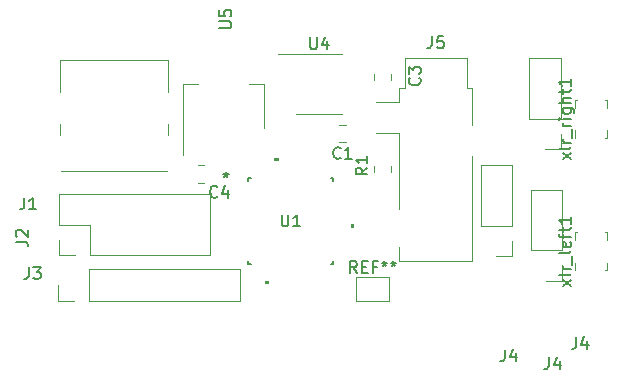
<source format=gbr>
%TF.GenerationSoftware,KiCad,Pcbnew,(6.0.2-0)*%
%TF.CreationDate,2023-10-19T17:34:18-05:00*%
%TF.ProjectId,airsticks_pcb,61697273-7469-4636-9b73-5f7063622e6b,rev?*%
%TF.SameCoordinates,Original*%
%TF.FileFunction,Legend,Top*%
%TF.FilePolarity,Positive*%
%FSLAX46Y46*%
G04 Gerber Fmt 4.6, Leading zero omitted, Abs format (unit mm)*
G04 Created by KiCad (PCBNEW (6.0.2-0)) date 2023-10-19 17:34:18*
%MOMM*%
%LPD*%
G01*
G04 APERTURE LIST*
%ADD10C,0.150000*%
%ADD11C,0.120000*%
%ADD12C,0.152400*%
G04 APERTURE END LIST*
D10*
%TO.C,J5*%
X52166666Y-52552380D02*
X52166666Y-53266666D01*
X52119047Y-53409523D01*
X52023809Y-53504761D01*
X51880952Y-53552380D01*
X51785714Y-53552380D01*
X53119047Y-52552380D02*
X52642857Y-52552380D01*
X52595238Y-53028571D01*
X52642857Y-52980952D01*
X52738095Y-52933333D01*
X52976190Y-52933333D01*
X53071428Y-52980952D01*
X53119047Y-53028571D01*
X53166666Y-53123809D01*
X53166666Y-53361904D01*
X53119047Y-53457142D01*
X53071428Y-53504761D01*
X52976190Y-53552380D01*
X52738095Y-53552380D01*
X52642857Y-53504761D01*
X52595238Y-53457142D01*
%TO.C,xlr_right1*%
X63902380Y-62978571D02*
X63235714Y-62454761D01*
X63235714Y-62978571D02*
X63902380Y-62454761D01*
X63902380Y-61930952D02*
X63854761Y-62026190D01*
X63759523Y-62073809D01*
X62902380Y-62073809D01*
X63902380Y-61550000D02*
X63235714Y-61550000D01*
X63426190Y-61550000D02*
X63330952Y-61502380D01*
X63283333Y-61454761D01*
X63235714Y-61359523D01*
X63235714Y-61264285D01*
X63997619Y-61169047D02*
X63997619Y-60407142D01*
X63902380Y-60169047D02*
X63235714Y-60169047D01*
X63426190Y-60169047D02*
X63330952Y-60121428D01*
X63283333Y-60073809D01*
X63235714Y-59978571D01*
X63235714Y-59883333D01*
X63902380Y-59550000D02*
X63235714Y-59550000D01*
X62902380Y-59550000D02*
X62950000Y-59597619D01*
X62997619Y-59550000D01*
X62950000Y-59502380D01*
X62902380Y-59550000D01*
X62997619Y-59550000D01*
X63235714Y-58645238D02*
X64045238Y-58645238D01*
X64140476Y-58692857D01*
X64188095Y-58740476D01*
X64235714Y-58835714D01*
X64235714Y-58978571D01*
X64188095Y-59073809D01*
X63854761Y-58645238D02*
X63902380Y-58740476D01*
X63902380Y-58930952D01*
X63854761Y-59026190D01*
X63807142Y-59073809D01*
X63711904Y-59121428D01*
X63426190Y-59121428D01*
X63330952Y-59073809D01*
X63283333Y-59026190D01*
X63235714Y-58930952D01*
X63235714Y-58740476D01*
X63283333Y-58645238D01*
X63902380Y-58169047D02*
X62902380Y-58169047D01*
X63902380Y-57740476D02*
X63378571Y-57740476D01*
X63283333Y-57788095D01*
X63235714Y-57883333D01*
X63235714Y-58026190D01*
X63283333Y-58121428D01*
X63330952Y-58169047D01*
X63235714Y-57407142D02*
X63235714Y-57026190D01*
X62902380Y-57264285D02*
X63759523Y-57264285D01*
X63854761Y-57216666D01*
X63902380Y-57121428D01*
X63902380Y-57026190D01*
X63902380Y-56169047D02*
X63902380Y-56740476D01*
X63902380Y-56454761D02*
X62902380Y-56454761D01*
X63045238Y-56550000D01*
X63140476Y-56645238D01*
X63188095Y-56740476D01*
%TO.C,*%
%TO.C,C1*%
X44433333Y-62837142D02*
X44385714Y-62884761D01*
X44242857Y-62932380D01*
X44147619Y-62932380D01*
X44004761Y-62884761D01*
X43909523Y-62789523D01*
X43861904Y-62694285D01*
X43814285Y-62503809D01*
X43814285Y-62360952D01*
X43861904Y-62170476D01*
X43909523Y-62075238D01*
X44004761Y-61980000D01*
X44147619Y-61932380D01*
X44242857Y-61932380D01*
X44385714Y-61980000D01*
X44433333Y-62027619D01*
X45385714Y-62932380D02*
X44814285Y-62932380D01*
X45100000Y-62932380D02*
X45100000Y-61932380D01*
X45004761Y-62075238D01*
X44909523Y-62170476D01*
X44814285Y-62218095D01*
%TO.C,J1*%
X17641666Y-66202380D02*
X17641666Y-66916666D01*
X17594047Y-67059523D01*
X17498809Y-67154761D01*
X17355952Y-67202380D01*
X17260714Y-67202380D01*
X18641666Y-67202380D02*
X18070238Y-67202380D01*
X18355952Y-67202380D02*
X18355952Y-66202380D01*
X18260714Y-66345238D01*
X18165476Y-66440476D01*
X18070238Y-66488095D01*
%TO.C,*%
%TO.C,C3*%
X51107142Y-56066666D02*
X51154761Y-56114285D01*
X51202380Y-56257142D01*
X51202380Y-56352380D01*
X51154761Y-56495238D01*
X51059523Y-56590476D01*
X50964285Y-56638095D01*
X50773809Y-56685714D01*
X50630952Y-56685714D01*
X50440476Y-56638095D01*
X50345238Y-56590476D01*
X50250000Y-56495238D01*
X50202380Y-56352380D01*
X50202380Y-56257142D01*
X50250000Y-56114285D01*
X50297619Y-56066666D01*
X50202380Y-55733333D02*
X50202380Y-55114285D01*
X50583333Y-55447619D01*
X50583333Y-55304761D01*
X50630952Y-55209523D01*
X50678571Y-55161904D01*
X50773809Y-55114285D01*
X51011904Y-55114285D01*
X51107142Y-55161904D01*
X51154761Y-55209523D01*
X51202380Y-55304761D01*
X51202380Y-55590476D01*
X51154761Y-55685714D01*
X51107142Y-55733333D01*
%TO.C,J3*%
X18041666Y-72102380D02*
X18041666Y-72816666D01*
X17994047Y-72959523D01*
X17898809Y-73054761D01*
X17755952Y-73102380D01*
X17660714Y-73102380D01*
X18422619Y-72102380D02*
X19041666Y-72102380D01*
X18708333Y-72483333D01*
X18851190Y-72483333D01*
X18946428Y-72530952D01*
X18994047Y-72578571D01*
X19041666Y-72673809D01*
X19041666Y-72911904D01*
X18994047Y-73007142D01*
X18946428Y-73054761D01*
X18851190Y-73102380D01*
X18565476Y-73102380D01*
X18470238Y-73054761D01*
X18422619Y-73007142D01*
%TO.C,*%
%TO.C,U5*%
X34177380Y-51861904D02*
X34986904Y-51861904D01*
X35082142Y-51814285D01*
X35129761Y-51766666D01*
X35177380Y-51671428D01*
X35177380Y-51480952D01*
X35129761Y-51385714D01*
X35082142Y-51338095D01*
X34986904Y-51290476D01*
X34177380Y-51290476D01*
X34177380Y-50338095D02*
X34177380Y-50814285D01*
X34653571Y-50861904D01*
X34605952Y-50814285D01*
X34558333Y-50719047D01*
X34558333Y-50480952D01*
X34605952Y-50385714D01*
X34653571Y-50338095D01*
X34748809Y-50290476D01*
X34986904Y-50290476D01*
X35082142Y-50338095D01*
X35129761Y-50385714D01*
X35177380Y-50480952D01*
X35177380Y-50719047D01*
X35129761Y-50814285D01*
X35082142Y-50861904D01*
%TO.C,*%
%TO.C,xlr_left1*%
X63902380Y-73702380D02*
X63235714Y-73178571D01*
X63235714Y-73702380D02*
X63902380Y-73178571D01*
X63902380Y-72654761D02*
X63854761Y-72750000D01*
X63759523Y-72797619D01*
X62902380Y-72797619D01*
X63902380Y-72273809D02*
X63235714Y-72273809D01*
X63426190Y-72273809D02*
X63330952Y-72226190D01*
X63283333Y-72178571D01*
X63235714Y-72083333D01*
X63235714Y-71988095D01*
X63997619Y-71892857D02*
X63997619Y-71130952D01*
X63902380Y-70750000D02*
X63854761Y-70845238D01*
X63759523Y-70892857D01*
X62902380Y-70892857D01*
X63854761Y-69988095D02*
X63902380Y-70083333D01*
X63902380Y-70273809D01*
X63854761Y-70369047D01*
X63759523Y-70416666D01*
X63378571Y-70416666D01*
X63283333Y-70369047D01*
X63235714Y-70273809D01*
X63235714Y-70083333D01*
X63283333Y-69988095D01*
X63378571Y-69940476D01*
X63473809Y-69940476D01*
X63569047Y-70416666D01*
X63235714Y-69654761D02*
X63235714Y-69273809D01*
X63902380Y-69511904D02*
X63045238Y-69511904D01*
X62950000Y-69464285D01*
X62902380Y-69369047D01*
X62902380Y-69273809D01*
X63235714Y-69083333D02*
X63235714Y-68702380D01*
X62902380Y-68940476D02*
X63759523Y-68940476D01*
X63854761Y-68892857D01*
X63902380Y-68797619D01*
X63902380Y-68702380D01*
X63902380Y-67845238D02*
X63902380Y-68416666D01*
X63902380Y-68130952D02*
X62902380Y-68130952D01*
X63045238Y-68226190D01*
X63140476Y-68321428D01*
X63188095Y-68416666D01*
%TO.C,*%
%TO.C,R1*%
X46702380Y-63666666D02*
X46226190Y-64000000D01*
X46702380Y-64238095D02*
X45702380Y-64238095D01*
X45702380Y-63857142D01*
X45750000Y-63761904D01*
X45797619Y-63714285D01*
X45892857Y-63666666D01*
X46035714Y-63666666D01*
X46130952Y-63714285D01*
X46178571Y-63761904D01*
X46226190Y-63857142D01*
X46226190Y-64238095D01*
X46702380Y-62714285D02*
X46702380Y-63285714D01*
X46702380Y-63000000D02*
X45702380Y-63000000D01*
X45845238Y-63095238D01*
X45940476Y-63190476D01*
X45988095Y-63285714D01*
%TO.C,*%
%TO.C,C4*%
X34008333Y-66107142D02*
X33960714Y-66154761D01*
X33817857Y-66202380D01*
X33722619Y-66202380D01*
X33579761Y-66154761D01*
X33484523Y-66059523D01*
X33436904Y-65964285D01*
X33389285Y-65773809D01*
X33389285Y-65630952D01*
X33436904Y-65440476D01*
X33484523Y-65345238D01*
X33579761Y-65250000D01*
X33722619Y-65202380D01*
X33817857Y-65202380D01*
X33960714Y-65250000D01*
X34008333Y-65297619D01*
X34865476Y-65535714D02*
X34865476Y-66202380D01*
X34627380Y-65154761D02*
X34389285Y-65869047D01*
X35008333Y-65869047D01*
%TO.C,U4*%
X41838095Y-52652380D02*
X41838095Y-53461904D01*
X41885714Y-53557142D01*
X41933333Y-53604761D01*
X42028571Y-53652380D01*
X42219047Y-53652380D01*
X42314285Y-53604761D01*
X42361904Y-53557142D01*
X42409523Y-53461904D01*
X42409523Y-52652380D01*
X43314285Y-52985714D02*
X43314285Y-53652380D01*
X43076190Y-52604761D02*
X42838095Y-53319047D01*
X43457142Y-53319047D01*
%TO.C,*%
%TO.C,J4*%
X58341666Y-79072380D02*
X58341666Y-79786666D01*
X58294047Y-79929523D01*
X58198809Y-80024761D01*
X58055952Y-80072380D01*
X57960714Y-80072380D01*
X59246428Y-79405714D02*
X59246428Y-80072380D01*
X59008333Y-79024761D02*
X58770238Y-79739047D01*
X59389285Y-79739047D01*
%TO.C,REF\u002A\u002A*%
X45816666Y-72602380D02*
X45483333Y-72126190D01*
X45245238Y-72602380D02*
X45245238Y-71602380D01*
X45626190Y-71602380D01*
X45721428Y-71650000D01*
X45769047Y-71697619D01*
X45816666Y-71792857D01*
X45816666Y-71935714D01*
X45769047Y-72030952D01*
X45721428Y-72078571D01*
X45626190Y-72126190D01*
X45245238Y-72126190D01*
X46245238Y-72078571D02*
X46578571Y-72078571D01*
X46721428Y-72602380D02*
X46245238Y-72602380D01*
X46245238Y-71602380D01*
X46721428Y-71602380D01*
X47483333Y-72078571D02*
X47150000Y-72078571D01*
X47150000Y-72602380D02*
X47150000Y-71602380D01*
X47626190Y-71602380D01*
X48150000Y-71602380D02*
X48150000Y-71840476D01*
X47911904Y-71745238D02*
X48150000Y-71840476D01*
X48388095Y-71745238D01*
X48007142Y-72030952D02*
X48150000Y-71840476D01*
X48292857Y-72030952D01*
X48911904Y-71602380D02*
X48911904Y-71840476D01*
X48673809Y-71745238D02*
X48911904Y-71840476D01*
X49150000Y-71745238D01*
X48769047Y-72030952D02*
X48911904Y-71840476D01*
X49054761Y-72030952D01*
%TO.C,*%
%TO.C,J4*%
X64391666Y-78002380D02*
X64391666Y-78716666D01*
X64344047Y-78859523D01*
X64248809Y-78954761D01*
X64105952Y-79002380D01*
X64010714Y-79002380D01*
X65296428Y-78335714D02*
X65296428Y-79002380D01*
X65058333Y-77954761D02*
X64820238Y-78669047D01*
X65439285Y-78669047D01*
%TO.C,*%
%TO.C,J4*%
X62066666Y-79727380D02*
X62066666Y-80441666D01*
X62019047Y-80584523D01*
X61923809Y-80679761D01*
X61780952Y-80727380D01*
X61685714Y-80727380D01*
X62971428Y-80060714D02*
X62971428Y-80727380D01*
X62733333Y-79679761D02*
X62495238Y-80394047D01*
X63114285Y-80394047D01*
%TO.C,*%
%TO.C,J2*%
X16927380Y-69933333D02*
X17641666Y-69933333D01*
X17784523Y-69980952D01*
X17879761Y-70076190D01*
X17927380Y-70219047D01*
X17927380Y-70314285D01*
X17022619Y-69504761D02*
X16975000Y-69457142D01*
X16927380Y-69361904D01*
X16927380Y-69123809D01*
X16975000Y-69028571D01*
X17022619Y-68980952D01*
X17117857Y-68933333D01*
X17213095Y-68933333D01*
X17355952Y-68980952D01*
X17927380Y-69552380D01*
X17927380Y-68933333D01*
%TO.C,*%
%TO.C,U1*%
X39438095Y-67652380D02*
X39438095Y-68461904D01*
X39485714Y-68557142D01*
X39533333Y-68604761D01*
X39628571Y-68652380D01*
X39819047Y-68652380D01*
X39914285Y-68604761D01*
X39961904Y-68557142D01*
X40009523Y-68461904D01*
X40009523Y-67652380D01*
X41009523Y-68652380D02*
X40438095Y-68652380D01*
X40723809Y-68652380D02*
X40723809Y-67652380D01*
X40628571Y-67795238D01*
X40533333Y-67890476D01*
X40438095Y-67938095D01*
X34713600Y-64071380D02*
X34713600Y-64309476D01*
X34475504Y-64214238D02*
X34713600Y-64309476D01*
X34951695Y-64214238D01*
X34570742Y-64499952D02*
X34713600Y-64309476D01*
X34856457Y-64499952D01*
X34713600Y-64071380D02*
X34713600Y-64309476D01*
X34475504Y-64214238D02*
X34713600Y-64309476D01*
X34951695Y-64214238D01*
X34570742Y-64499952D02*
X34713600Y-64309476D01*
X34856457Y-64499952D01*
%TO.C,*%
D11*
%TO.C,J5*%
X55600000Y-62700000D02*
X55600000Y-71600000D01*
X49400000Y-71600000D02*
X49400000Y-70400000D01*
X49400000Y-67200000D02*
X49400000Y-60700000D01*
X49900000Y-54400000D02*
X55100000Y-54400000D01*
X49400000Y-56900000D02*
X49900000Y-56900000D01*
X55100000Y-56900000D02*
X55600000Y-56900000D01*
X55600000Y-56900000D02*
X55600000Y-60100000D01*
X49900000Y-56900000D02*
X49900000Y-54400000D01*
X49400000Y-58100000D02*
X49400000Y-56900000D01*
X55100000Y-54400000D02*
X55100000Y-56900000D01*
X49400000Y-60700000D02*
X47400000Y-60700000D01*
X49400000Y-58100000D02*
X47400000Y-58100000D01*
X55600000Y-71600000D02*
X49400000Y-71600000D01*
%TO.C,xlr_right1*%
X67010000Y-58590000D02*
X67010000Y-57940000D01*
X67010000Y-61160000D02*
X66860000Y-61160000D01*
X67010000Y-60510000D02*
X67010000Y-61160000D01*
X64290000Y-58590000D02*
X64290000Y-57940000D01*
X64290000Y-57940000D02*
X64440000Y-57940000D01*
X67010000Y-57940000D02*
X66860000Y-57940000D01*
X64290000Y-60510000D02*
X64290000Y-61160000D01*
%TO.C,C1*%
X44861252Y-60065000D02*
X44338748Y-60065000D01*
X44861252Y-61535000D02*
X44338748Y-61535000D01*
%TO.C,J1*%
X29845000Y-54545000D02*
X20655000Y-54545000D01*
X20655000Y-57275000D02*
X20655000Y-54545000D01*
X29725000Y-63955000D02*
X20775000Y-63955000D01*
X29845000Y-60875000D02*
X29845000Y-59975000D01*
X29845000Y-57275000D02*
X29845000Y-54545000D01*
X20655000Y-60875000D02*
X20655000Y-59975000D01*
%TO.C,C3*%
X48735000Y-55738748D02*
X48735000Y-56261252D01*
X47265000Y-55738748D02*
X47265000Y-56261252D01*
%TO.C,J3*%
X21850000Y-74930000D02*
X20520000Y-74930000D01*
X23120000Y-72270000D02*
X35880000Y-72270000D01*
X23120000Y-74930000D02*
X35880000Y-74930000D01*
X35880000Y-74930000D02*
X35880000Y-72270000D01*
X23120000Y-74930000D02*
X23120000Y-72270000D01*
X20520000Y-74930000D02*
X20520000Y-73600000D01*
%TO.C,U5*%
X37910000Y-60350000D02*
X37910000Y-56590000D01*
X31090000Y-56590000D02*
X32350000Y-56590000D01*
X31090000Y-62600000D02*
X31090000Y-56590000D01*
X37910000Y-56590000D02*
X36650000Y-56590000D01*
%TO.C,xlr_left1*%
X67010000Y-69790000D02*
X67010000Y-69140000D01*
X67010000Y-69140000D02*
X66860000Y-69140000D01*
X67010000Y-72360000D02*
X66860000Y-72360000D01*
X64290000Y-69140000D02*
X64440000Y-69140000D01*
X64290000Y-69790000D02*
X64290000Y-69140000D01*
X67010000Y-71710000D02*
X67010000Y-72360000D01*
X64290000Y-71710000D02*
X64290000Y-72360000D01*
%TO.C,R1*%
X48735000Y-63572936D02*
X48735000Y-64027064D01*
X47265000Y-63572936D02*
X47265000Y-64027064D01*
%TO.C,C4*%
X32861252Y-64935000D02*
X32338748Y-64935000D01*
X32861252Y-63465000D02*
X32338748Y-63465000D01*
%TO.C,U4*%
X42600000Y-54040000D02*
X44550000Y-54040000D01*
X42600000Y-59160000D02*
X44550000Y-59160000D01*
X42600000Y-59160000D02*
X40650000Y-59160000D01*
X42600000Y-54040000D02*
X39150000Y-54040000D01*
%TO.C,J4*%
X58955000Y-63440000D02*
X56295000Y-63440000D01*
X58955000Y-68580000D02*
X56295000Y-68580000D01*
X58955000Y-68580000D02*
X58955000Y-63440000D01*
X58955000Y-71180000D02*
X57625000Y-71180000D01*
X58955000Y-69850000D02*
X58955000Y-71180000D01*
X56295000Y-68580000D02*
X56295000Y-63440000D01*
%TO.C,REF\u002A\u002A*%
X45750000Y-72950000D02*
X48550000Y-72950000D01*
X48550000Y-72950000D02*
X48550000Y-74950000D01*
X45750000Y-74950000D02*
X45750000Y-72950000D01*
X48550000Y-74950000D02*
X45750000Y-74950000D01*
%TO.C,J4*%
X63180000Y-71950000D02*
X63180000Y-73280000D01*
X63180000Y-70680000D02*
X60520000Y-70680000D01*
X60520000Y-70680000D02*
X60520000Y-65540000D01*
X63180000Y-73280000D02*
X61850000Y-73280000D01*
X63180000Y-70680000D02*
X63180000Y-65540000D01*
X63180000Y-65540000D02*
X60520000Y-65540000D01*
X63055000Y-54390000D02*
X60395000Y-54390000D01*
X63055000Y-60800000D02*
X63055000Y-62130000D01*
X63055000Y-59530000D02*
X63055000Y-54390000D01*
X63055000Y-62130000D02*
X61725000Y-62130000D01*
X63055000Y-59530000D02*
X60395000Y-59530000D01*
X60395000Y-59530000D02*
X60395000Y-54390000D01*
%TO.C,J2*%
X20595000Y-71105000D02*
X20595000Y-69775000D01*
X23195000Y-71105000D02*
X23195000Y-68505000D01*
X20595000Y-68505000D02*
X20595000Y-65905000D01*
X20595000Y-65905000D02*
X33415000Y-65905000D01*
X33415000Y-71105000D02*
X33415000Y-65905000D01*
X23195000Y-68505000D02*
X20595000Y-68505000D01*
X21925000Y-71105000D02*
X20595000Y-71105000D01*
X23195000Y-71105000D02*
X33415000Y-71105000D01*
D12*
%TO.C,U1*%
X36567800Y-71832200D02*
X36813261Y-71832200D01*
X43586739Y-71832200D02*
X43832200Y-71832200D01*
X43832200Y-71832200D02*
X43832200Y-71586739D01*
X43832200Y-64567800D02*
X43586739Y-64567800D01*
X43832200Y-64813261D02*
X43832200Y-64567800D01*
X36567800Y-64567800D02*
X36567800Y-64813261D01*
X36813261Y-64567800D02*
X36567800Y-64567800D01*
X36567800Y-71586739D02*
X36567800Y-71832200D01*
G36*
X45559400Y-68790499D02*
G01*
X45305400Y-68790499D01*
X45305400Y-68409499D01*
X45559400Y-68409499D01*
X45559400Y-68790499D01*
G37*
G36*
X38390499Y-73559400D02*
G01*
X38009499Y-73559400D01*
X38009499Y-73305400D01*
X38390499Y-73305400D01*
X38390499Y-73559400D01*
G37*
G36*
X39190500Y-63094600D02*
G01*
X38809500Y-63094600D01*
X38809500Y-62840600D01*
X39190500Y-62840600D01*
X39190500Y-63094600D01*
G37*
%TD*%
M02*

</source>
